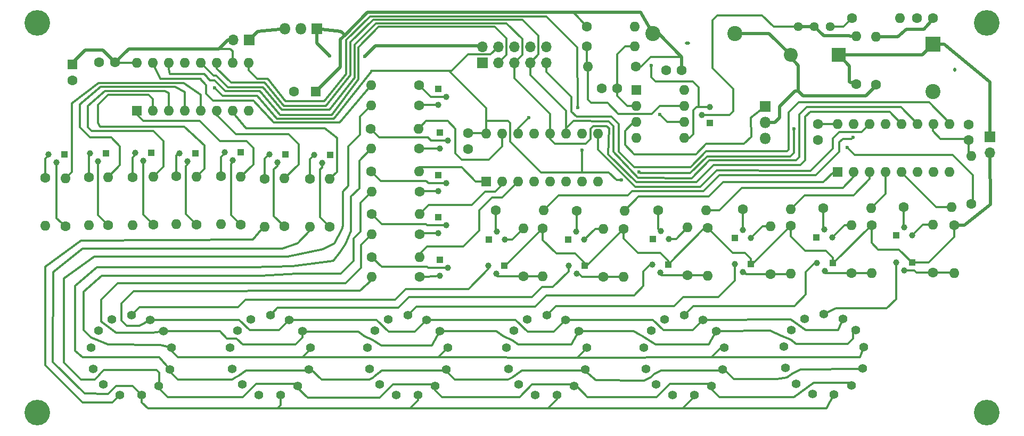
<source format=gbr>
G04 #@! TF.FileFunction,Copper,L2,Bot,Signal*
%FSLAX46Y46*%
G04 Gerber Fmt 4.6, Leading zero omitted, Abs format (unit mm)*
G04 Created by KiCad (PCBNEW 4.0.7) date 06/14/20 22:52:28*
%MOMM*%
%LPD*%
G01*
G04 APERTURE LIST*
%ADD10C,0.100000*%
%ADD11C,2.400000*%
%ADD12C,1.600000*%
%ADD13O,1.600000X1.600000*%
%ADD14C,1.440000*%
%ADD15R,1.600000X1.600000*%
%ADD16R,2.200000X2.200000*%
%ADD17O,2.200000X2.200000*%
%ADD18R,1.700000X1.700000*%
%ADD19O,1.700000X1.700000*%
%ADD20C,1.000000*%
%ADD21R,1.000000X1.000000*%
%ADD22R,1.800000X1.800000*%
%ADD23O,1.800000X1.800000*%
%ADD24C,4.064000*%
%ADD25C,1.408000*%
%ADD26R,2.400000X2.400000*%
%ADD27C,0.600000*%
%ADD28C,0.500000*%
%ADD29C,0.350000*%
G04 APERTURE END LIST*
D10*
D11*
X212900000Y-53300000D03*
X225900000Y-53300000D03*
D12*
X202425000Y-52200000D03*
D13*
X210045000Y-52200000D03*
D12*
X207250000Y-62000000D03*
X204750000Y-62000000D03*
D14*
X236000000Y-52200000D03*
X238540000Y-52200000D03*
X241080000Y-52200000D03*
D12*
X217500000Y-59150000D03*
X215000000Y-59150000D03*
D15*
X159300000Y-62500000D03*
D12*
X155800000Y-62500000D03*
D15*
X120600000Y-58200000D03*
D12*
X120600000Y-60700000D03*
X257400000Y-50800000D03*
X254900000Y-50800000D03*
D16*
X242400000Y-56700000D03*
D17*
X234780000Y-56700000D03*
D18*
X148700000Y-54300000D03*
D19*
X146160000Y-54300000D03*
D20*
X220660000Y-66240000D03*
X221930000Y-64970000D03*
D21*
X221930000Y-67510000D03*
D12*
X210200000Y-58550000D03*
D13*
X202580000Y-58550000D03*
D12*
X202400000Y-55300000D03*
D13*
X210020000Y-55300000D03*
D12*
X248400000Y-61400000D03*
D13*
X248400000Y-53780000D03*
D12*
X245250000Y-61300000D03*
D13*
X245250000Y-53680000D03*
D12*
X244550000Y-50850000D03*
D13*
X252170000Y-50850000D03*
D22*
X159500000Y-52500000D03*
D23*
X156960000Y-52500000D03*
X154420000Y-52500000D03*
D22*
X230790000Y-64888000D03*
D23*
X230790000Y-67428000D03*
X230790000Y-69968000D03*
D24*
X266000000Y-51600000D03*
X115000000Y-113600000D03*
X266000000Y-113600000D03*
X115000000Y-51600000D03*
D15*
X210300000Y-62250000D03*
D13*
X217920000Y-69870000D03*
X210300000Y-64790000D03*
X217920000Y-67330000D03*
X210300000Y-67330000D03*
X217920000Y-64790000D03*
X210300000Y-69870000D03*
X217920000Y-62250000D03*
D18*
X266510000Y-69680000D03*
D19*
X266510000Y-72220000D03*
D12*
X239110000Y-67700000D03*
X239110000Y-70200000D03*
X183480000Y-69150000D03*
X183480000Y-71650000D03*
X127380000Y-57890000D03*
X124880000Y-57890000D03*
D20*
X146130000Y-73420000D03*
X144860000Y-72150000D03*
D21*
X147400000Y-72150000D03*
D20*
X118080000Y-73770000D03*
X116810000Y-72500000D03*
D21*
X119350000Y-72500000D03*
D20*
X180070000Y-77070000D03*
X178800000Y-78340000D03*
D21*
X178800000Y-75800000D03*
D20*
X214120000Y-84680000D03*
X215390000Y-85950000D03*
D21*
X212850000Y-85950000D03*
D20*
X214055000Y-91270000D03*
X212785000Y-90000000D03*
D21*
X215325000Y-90000000D03*
D20*
X180070000Y-83770000D03*
X178800000Y-85040000D03*
D21*
X178800000Y-82500000D03*
D20*
X153180000Y-73770000D03*
X151910000Y-72500000D03*
D21*
X154450000Y-72500000D03*
D20*
X180270000Y-90570000D03*
X179000000Y-91840000D03*
D21*
X179000000Y-89300000D03*
D20*
X227220000Y-84480000D03*
X228490000Y-85750000D03*
D21*
X225950000Y-85750000D03*
D20*
X138880000Y-73570000D03*
X137610000Y-72300000D03*
D21*
X140150000Y-72300000D03*
D20*
X160280000Y-73870000D03*
X159010000Y-72600000D03*
D21*
X161550000Y-72600000D03*
D20*
X188095000Y-84805000D03*
X189365000Y-86075000D03*
D21*
X186825000Y-86075000D03*
D20*
X227205000Y-91195000D03*
X225935000Y-89925000D03*
D21*
X228475000Y-89925000D03*
D20*
X131880000Y-73520000D03*
X130610000Y-72250000D03*
D21*
X133150000Y-72250000D03*
D20*
X180070000Y-63370000D03*
X178800000Y-64640000D03*
D21*
X178800000Y-62100000D03*
D20*
X188030000Y-91495000D03*
X186760000Y-90225000D03*
D21*
X189300000Y-90225000D03*
D20*
X240120000Y-84430000D03*
X241390000Y-85700000D03*
D21*
X238850000Y-85700000D03*
D20*
X200720000Y-84805000D03*
X201990000Y-86075000D03*
D21*
X199450000Y-86075000D03*
D20*
X124630000Y-73620000D03*
X123360000Y-72350000D03*
D21*
X125900000Y-72350000D03*
D20*
X240205000Y-91045000D03*
X238935000Y-89775000D03*
D21*
X241475000Y-89775000D03*
D20*
X180270000Y-70270000D03*
X179000000Y-71540000D03*
D21*
X179000000Y-69000000D03*
D20*
X200755000Y-91470000D03*
X199485000Y-90200000D03*
D21*
X202025000Y-90200000D03*
D20*
X252870000Y-84130000D03*
X254140000Y-85400000D03*
D21*
X251600000Y-85400000D03*
D20*
X252830000Y-90970000D03*
X251560000Y-89700000D03*
D21*
X254100000Y-89700000D03*
D12*
X147400000Y-83700000D03*
D13*
X147400000Y-76080000D03*
D12*
X119500000Y-83950000D03*
D13*
X119500000Y-76330000D03*
D12*
X168100000Y-75200000D03*
D13*
X175720000Y-75200000D03*
D12*
X213750000Y-81350000D03*
D13*
X221370000Y-81350000D03*
D12*
X218425000Y-91750000D03*
D13*
X218425000Y-84130000D03*
D12*
X144250000Y-76000000D03*
D13*
X144250000Y-83620000D03*
D12*
X116300000Y-76250000D03*
D13*
X116300000Y-83870000D03*
D12*
X175800000Y-78400000D03*
D13*
X168180000Y-78400000D03*
D12*
X221625000Y-84200000D03*
D13*
X221625000Y-91820000D03*
D12*
X168200000Y-82000000D03*
D13*
X175820000Y-82000000D03*
D12*
X154300000Y-83950000D03*
D13*
X154300000Y-76330000D03*
D12*
X168200000Y-88800000D03*
D13*
X175820000Y-88800000D03*
D12*
X227225000Y-81175000D03*
D13*
X234845000Y-81175000D03*
D12*
X175800000Y-85200000D03*
D13*
X168180000Y-85200000D03*
D12*
X151200000Y-76350000D03*
D13*
X151200000Y-83970000D03*
D12*
X175800000Y-92000000D03*
D13*
X168180000Y-92000000D03*
D12*
X140350000Y-83650000D03*
D13*
X140350000Y-76030000D03*
D12*
X161500000Y-84050000D03*
D13*
X161500000Y-76430000D03*
D12*
X187950000Y-81375000D03*
D13*
X195570000Y-81375000D03*
D12*
X231600000Y-91525000D03*
D13*
X231600000Y-83905000D03*
D12*
X234800000Y-83875000D03*
D13*
X234800000Y-91495000D03*
D12*
X137150000Y-76000000D03*
D13*
X137150000Y-83620000D03*
D12*
X158350000Y-76400000D03*
D13*
X158350000Y-84020000D03*
D12*
X192350000Y-91875000D03*
D13*
X192350000Y-84255000D03*
D12*
X133450000Y-83650000D03*
D13*
X133450000Y-76030000D03*
D12*
X175700000Y-61500000D03*
D13*
X168080000Y-61500000D03*
D12*
X195400000Y-84275000D03*
D13*
X195400000Y-91895000D03*
D12*
X239950000Y-81075000D03*
D13*
X247570000Y-81075000D03*
D12*
X130200000Y-76100000D03*
D13*
X130200000Y-83720000D03*
D12*
X175700000Y-64700000D03*
D13*
X168080000Y-64700000D03*
D12*
X200800000Y-81450000D03*
D13*
X208420000Y-81450000D03*
D12*
X244475000Y-91375000D03*
D13*
X244475000Y-83755000D03*
D12*
X126250000Y-83750000D03*
D13*
X126250000Y-76130000D03*
D12*
X168000000Y-68400000D03*
D13*
X175620000Y-68400000D03*
D12*
X247650000Y-83750000D03*
D13*
X247650000Y-91370000D03*
D12*
X205000000Y-91950000D03*
D13*
X205000000Y-84330000D03*
D12*
X252800000Y-80900000D03*
D13*
X260420000Y-80900000D03*
D12*
X123250000Y-76150000D03*
D13*
X123250000Y-83770000D03*
D12*
X208250000Y-84350000D03*
D13*
X208250000Y-91970000D03*
D12*
X175700000Y-71600000D03*
D13*
X168080000Y-71600000D03*
D12*
X257400000Y-91300000D03*
D13*
X257400000Y-83680000D03*
D12*
X260800000Y-83750000D03*
D13*
X260800000Y-91370000D03*
D15*
X130850000Y-65550000D03*
D13*
X148630000Y-57930000D03*
X133390000Y-65550000D03*
X146090000Y-57930000D03*
X135930000Y-65550000D03*
X143550000Y-57930000D03*
X138470000Y-65550000D03*
X141010000Y-57930000D03*
X141010000Y-65550000D03*
X138470000Y-57930000D03*
X143550000Y-65550000D03*
X135930000Y-57930000D03*
X146090000Y-65550000D03*
X133390000Y-57930000D03*
X148630000Y-65550000D03*
X130850000Y-57930000D03*
D15*
X186425000Y-76775000D03*
D13*
X204205000Y-69155000D03*
X188965000Y-76775000D03*
X201665000Y-69155000D03*
X191505000Y-76775000D03*
X199125000Y-69155000D03*
X194045000Y-76775000D03*
X196585000Y-69155000D03*
X196585000Y-76775000D03*
X194045000Y-69155000D03*
X199125000Y-76775000D03*
X191505000Y-69155000D03*
X201665000Y-76775000D03*
X188965000Y-69155000D03*
X204205000Y-76775000D03*
X186425000Y-69155000D03*
D15*
X242300000Y-75250000D03*
D13*
X260080000Y-67630000D03*
X244840000Y-75250000D03*
X257540000Y-67630000D03*
X247380000Y-75250000D03*
X255000000Y-67630000D03*
X249920000Y-75250000D03*
X252460000Y-67630000D03*
X252460000Y-75250000D03*
X249920000Y-67630000D03*
X255000000Y-75250000D03*
X247380000Y-67630000D03*
X257540000Y-75250000D03*
X244840000Y-67630000D03*
X260080000Y-75250000D03*
X242300000Y-67630000D03*
D25*
X244448000Y-109246000D03*
X241721000Y-110643000D03*
X246450000Y-103130000D03*
X246220000Y-106554000D03*
X235631000Y-108994000D03*
X234011000Y-106463000D03*
X240100000Y-97923000D03*
X234868000Y-100427000D03*
X233707000Y-103093000D03*
X245180000Y-100463000D03*
X236996000Y-98648000D03*
X238278000Y-110613000D03*
X243078000Y-98675000D03*
X222234000Y-109358000D03*
X219507000Y-110755000D03*
X224236000Y-103242000D03*
X224006000Y-106666000D03*
X213417000Y-109106000D03*
X211797000Y-106575000D03*
X217886000Y-98035000D03*
X212654000Y-100539000D03*
X211493000Y-103205000D03*
X222966000Y-100575000D03*
X214782000Y-98760000D03*
X216064000Y-110725000D03*
X220864000Y-98787000D03*
X156448000Y-109358000D03*
X153721000Y-110755000D03*
X158450000Y-103242000D03*
X158220000Y-106666000D03*
X147631000Y-109106000D03*
X146011000Y-106575000D03*
X152100000Y-98035000D03*
X146868000Y-100539000D03*
X145707000Y-103205000D03*
X157180000Y-100575000D03*
X148996000Y-98760000D03*
X150278000Y-110725000D03*
X155078000Y-98787000D03*
X134350000Y-109358000D03*
X131623000Y-110755000D03*
X136352000Y-103242000D03*
X136122000Y-106666000D03*
X125533000Y-109106000D03*
X123913000Y-106575000D03*
X130002000Y-98035000D03*
X124770000Y-100539000D03*
X123609000Y-103205000D03*
X135082000Y-100575000D03*
X126898000Y-98760000D03*
X128180000Y-110725000D03*
X132980000Y-98787000D03*
X178292000Y-109358000D03*
X175565000Y-110755000D03*
X180294000Y-103242000D03*
X180064000Y-106666000D03*
X169475000Y-109106000D03*
X167855000Y-106575000D03*
X173944000Y-98035000D03*
X168712000Y-100539000D03*
X167551000Y-103205000D03*
X179024000Y-100575000D03*
X170840000Y-98760000D03*
X172122000Y-110725000D03*
X176922000Y-98787000D03*
X200390000Y-109358000D03*
X197663000Y-110755000D03*
X202392000Y-103242000D03*
X202162000Y-106666000D03*
X191573000Y-109106000D03*
X189953000Y-106575000D03*
X196042000Y-98035000D03*
X190810000Y-100539000D03*
X189649000Y-103205000D03*
X201122000Y-100575000D03*
X192938000Y-98760000D03*
X194220000Y-110725000D03*
X199020000Y-98787000D03*
D26*
X257400000Y-55000000D03*
D11*
X257400000Y-62500000D03*
D12*
X263100000Y-70250000D03*
X263100000Y-67750000D03*
X263550000Y-80400000D03*
D13*
X263550000Y-72780000D03*
D18*
X185800000Y-57900000D03*
D19*
X185800000Y-55360000D03*
X188340000Y-57900000D03*
X188340000Y-55360000D03*
X190880000Y-57900000D03*
X190880000Y-55360000D03*
X193420000Y-57900000D03*
X193420000Y-55360000D03*
X195960000Y-57900000D03*
X195960000Y-55360000D03*
D27*
X243800000Y-71400000D03*
X201600000Y-71800000D03*
X143210000Y-61920000D03*
X235300000Y-68400000D03*
X210700000Y-75300000D03*
X207900000Y-76600000D03*
X214026000Y-66158000D03*
X167100000Y-56900000D03*
X161500000Y-56800000D03*
X212650000Y-58390000D03*
X244720000Y-69770000D03*
X200975000Y-65050000D03*
X193198000Y-66666000D03*
D28*
X260900000Y-58990000D02*
X260900000Y-59100000D01*
D29*
X218600000Y-54800000D02*
X218350000Y-54800000D01*
D28*
X218600000Y-54800000D02*
X218200000Y-54800000D01*
D29*
X179400000Y-59240000D02*
X180860000Y-59240000D01*
X187100000Y-56600000D02*
X188340000Y-55360000D01*
X183500000Y-56600000D02*
X187100000Y-56600000D01*
X180860000Y-59240000D02*
X183500000Y-56600000D01*
X243800000Y-71400000D02*
X245000000Y-72600000D01*
X263750000Y-75800000D02*
X263750000Y-80200000D01*
X260550000Y-72600000D02*
X263750000Y-75800000D01*
X260350000Y-72600000D02*
X260550000Y-72600000D01*
X245000000Y-72600000D02*
X260350000Y-72600000D01*
X263750000Y-80200000D02*
X263550000Y-80400000D01*
X201600000Y-71800000D02*
X201600000Y-75400000D01*
X143900000Y-55700000D02*
X145700000Y-55700000D01*
X146090000Y-56090000D02*
X146090000Y-57930000D01*
X145700000Y-55700000D02*
X146090000Y-56090000D01*
X190200000Y-68190000D02*
X190200000Y-67478000D01*
X189896000Y-67174000D02*
X186425000Y-67174000D01*
X190200000Y-67478000D02*
X189896000Y-67174000D01*
X186425000Y-67936000D02*
X186425000Y-67174000D01*
X186425000Y-67174000D02*
X186425000Y-65165000D01*
X186425000Y-65165000D02*
X180783000Y-59523000D01*
X180783000Y-59523000D02*
X180500000Y-59240000D01*
D28*
X146160000Y-54300000D02*
X145300000Y-54300000D01*
X129570000Y-55700000D02*
X127380000Y-57890000D01*
X143900000Y-55700000D02*
X129570000Y-55700000D01*
X145300000Y-54300000D02*
X143900000Y-55700000D01*
X120600000Y-58200000D02*
X120600000Y-57900000D01*
X120600000Y-57900000D02*
X122600000Y-55900000D01*
X122600000Y-55900000D02*
X125390000Y-55900000D01*
X125390000Y-55900000D02*
X127380000Y-57890000D01*
D29*
X168100000Y-59240000D02*
X168100000Y-59349998D01*
X180500000Y-59240000D02*
X179400000Y-59240000D01*
X179400000Y-59240000D02*
X168100000Y-59240000D01*
X168100000Y-59349998D02*
X162149998Y-66800000D01*
X162149998Y-66800000D02*
X153100000Y-66800000D01*
X153100000Y-66800000D02*
X150000000Y-63200000D01*
X150000000Y-63200000D02*
X144490000Y-63200000D01*
X144490000Y-63200000D02*
X143210000Y-61920000D01*
X235300000Y-72200000D02*
X235300000Y-68400000D01*
X234700000Y-72800000D02*
X235300000Y-72200000D01*
X221500000Y-72800000D02*
X234700000Y-72800000D01*
X218800000Y-75500000D02*
X221500000Y-72800000D01*
X210900000Y-75500000D02*
X218800000Y-75500000D01*
X210700000Y-75300000D02*
X210900000Y-75500000D01*
X207100000Y-76600000D02*
X207900000Y-76600000D01*
X205900000Y-75400000D02*
X207100000Y-76600000D01*
X195100000Y-75400000D02*
X201600000Y-75400000D01*
X201600000Y-75400000D02*
X205900000Y-75400000D01*
X190200000Y-70500000D02*
X195100000Y-75400000D01*
X190200000Y-68190000D02*
X190200000Y-70500000D01*
X239120000Y-67700000D02*
X242230000Y-67700000D01*
X242230000Y-67700000D02*
X242300000Y-67630000D01*
X183480000Y-69150000D02*
X186420000Y-69150000D01*
X186420000Y-69150000D02*
X186425000Y-69155000D01*
X186425000Y-69155000D02*
X186005000Y-69155000D01*
X130850000Y-57930000D02*
X127420000Y-57930000D01*
X127420000Y-57930000D02*
X127380000Y-57890000D01*
X186425000Y-67936000D02*
X186425000Y-69155000D01*
X199125000Y-69155000D02*
X199125000Y-65575000D01*
X193420000Y-59870000D02*
X193420000Y-57900000D01*
X199125000Y-65575000D02*
X193420000Y-59870000D01*
X188075000Y-51077004D02*
X192127004Y-51077004D01*
X192127004Y-51077004D02*
X194700000Y-53650000D01*
X194700000Y-53650000D02*
X194700000Y-56620000D01*
X194700000Y-56620000D02*
X193420000Y-57900000D01*
X164831168Y-59872759D02*
X164831168Y-54646832D01*
X168400996Y-51077004D02*
X188075000Y-51077004D01*
X188075000Y-51077004D02*
X188277004Y-51077004D01*
X164831168Y-54646832D02*
X168400996Y-51077004D01*
X143550000Y-58850000D02*
X143550000Y-57930000D01*
X145800000Y-61100000D02*
X143550000Y-58850000D01*
X151200000Y-61100000D02*
X145800000Y-61100000D01*
X154200000Y-64800000D02*
X151200000Y-61100000D01*
X160900000Y-64800000D02*
X154200000Y-64800000D01*
X164831168Y-59872759D02*
X160900000Y-64800000D01*
X199125000Y-69155000D02*
X199125000Y-68375000D01*
X199125000Y-68375000D02*
X200300000Y-67200000D01*
X252360000Y-64990000D02*
X255000000Y-67630000D01*
X237330000Y-64990000D02*
X252360000Y-64990000D01*
X236180000Y-66140000D02*
X237330000Y-64990000D01*
X236180000Y-72939998D02*
X236180000Y-66140000D01*
X235659998Y-73460000D02*
X236180000Y-72939998D01*
X221860000Y-73460000D02*
X235659998Y-73460000D01*
X219040000Y-76280000D02*
X221860000Y-73460000D01*
X210518635Y-76201752D02*
X219040000Y-76280000D01*
X206602230Y-72102334D02*
X210518635Y-76201752D01*
X206600000Y-67970000D02*
X206602230Y-72102334D01*
X205899650Y-67208368D02*
X206600000Y-67970000D01*
X200300000Y-67200000D02*
X205899650Y-67208368D01*
X196585000Y-69155000D02*
X196585000Y-66060000D01*
X190880000Y-60355000D02*
X190880000Y-57900000D01*
X196585000Y-66060000D02*
X190880000Y-60355000D01*
X185425000Y-51627006D02*
X189602006Y-51627006D01*
X189602006Y-51627006D02*
X192125000Y-54150000D01*
X192125000Y-54150000D02*
X192125000Y-56655000D01*
X192125000Y-56655000D02*
X190880000Y-57900000D01*
X165465946Y-60280324D02*
X165465946Y-55028054D01*
X143500000Y-60000000D02*
X143080000Y-60000000D01*
X143080000Y-60000000D02*
X141010000Y-57930000D01*
X165465946Y-60280324D02*
X161500000Y-65400000D01*
X161500000Y-65400000D02*
X153900000Y-65400000D01*
X153900000Y-65400000D02*
X150900000Y-61800000D01*
X150900000Y-61800000D02*
X145300000Y-61800000D01*
X145300000Y-61800000D02*
X143500000Y-60000000D01*
X165465946Y-55028054D02*
X168866994Y-51627006D01*
X168866994Y-51627006D02*
X185425000Y-51627006D01*
X185425000Y-51627006D02*
X186033006Y-51627006D01*
X210300000Y-76900000D02*
X219800000Y-76920000D01*
X196585000Y-69155000D02*
X196585000Y-70015000D01*
X250540000Y-65710000D02*
X252460000Y-67630000D01*
X237940000Y-65710000D02*
X250540000Y-65710000D01*
X237130000Y-66520000D02*
X237940000Y-65710000D01*
X237130000Y-73420000D02*
X237130000Y-66520000D01*
X236340000Y-74210000D02*
X237130000Y-73420000D01*
X222510000Y-74210000D02*
X236340000Y-74210000D01*
X219800000Y-76920000D02*
X222510000Y-74210000D01*
X205800000Y-72500000D02*
X210300000Y-76900000D01*
X205930000Y-68350000D02*
X205800000Y-72500000D01*
X205550000Y-67970000D02*
X205930000Y-68350000D01*
X203440000Y-67970000D02*
X205550000Y-67970000D01*
X202970000Y-68440000D02*
X203440000Y-67970000D01*
X202970000Y-70030000D02*
X202970000Y-68440000D01*
X202230000Y-70770000D02*
X202970000Y-70030000D01*
X197340000Y-70770000D02*
X202230000Y-70770000D01*
X196585000Y-70015000D02*
X197340000Y-70770000D01*
D28*
X266510000Y-72220000D02*
X266550000Y-80470000D01*
X262450000Y-83750000D02*
X260800000Y-83750000D01*
X266550000Y-80470000D02*
X262450000Y-83750000D01*
D29*
X189300000Y-90225000D02*
X189450000Y-90225000D01*
X189450000Y-90225000D02*
X195400000Y-84275000D01*
X202025000Y-90200000D02*
X202025000Y-89750000D01*
X202025000Y-89750000D02*
X200550000Y-88275000D01*
X195400000Y-86100000D02*
X195400000Y-84275000D01*
X197575000Y-88275000D02*
X195400000Y-86100000D01*
X200550000Y-88275000D02*
X197575000Y-88275000D01*
X202025000Y-90200000D02*
X202400000Y-90200000D01*
X202400000Y-90200000D02*
X208250000Y-84350000D01*
X215325000Y-90000000D02*
X215325000Y-89400000D01*
X208250000Y-85850000D02*
X208250000Y-84350000D01*
X210525000Y-88125000D02*
X208250000Y-85850000D01*
X214050000Y-88125000D02*
X210525000Y-88125000D01*
X215325000Y-89400000D02*
X214050000Y-88125000D01*
X221625000Y-84200000D02*
X221125000Y-84200000D01*
X221125000Y-84200000D02*
X215325000Y-90000000D01*
X228475000Y-89925000D02*
X228475000Y-89100000D01*
X225600000Y-88175000D02*
X221625000Y-84200000D01*
X227550000Y-88175000D02*
X225600000Y-88175000D01*
X228475000Y-89100000D02*
X227550000Y-88175000D01*
X228475000Y-89925000D02*
X228750000Y-89925000D01*
X228750000Y-89925000D02*
X234800000Y-83875000D01*
X241475000Y-89775000D02*
X241475000Y-88925000D01*
X234800000Y-85550000D02*
X234800000Y-83875000D01*
X237100000Y-87850000D02*
X234800000Y-85550000D01*
X240400000Y-87850000D02*
X237100000Y-87850000D01*
X241475000Y-88925000D02*
X240400000Y-87850000D01*
X241475000Y-89775000D02*
X241625000Y-89775000D01*
X241625000Y-89775000D02*
X247650000Y-83750000D01*
X247650000Y-83750000D02*
X247650000Y-86550000D01*
X252025000Y-87625000D02*
X254100000Y-89700000D01*
X248725000Y-87625000D02*
X252025000Y-87625000D01*
X247650000Y-86550000D02*
X248725000Y-87625000D01*
X260800000Y-83750000D02*
X260800000Y-85650000D01*
X256750000Y-89700000D02*
X254100000Y-89700000D01*
X260800000Y-85650000D02*
X256750000Y-89700000D01*
X182700000Y-52188000D02*
X187788000Y-52188000D01*
X189600000Y-56640000D02*
X188340000Y-57900000D01*
X189600000Y-54000000D02*
X189600000Y-56640000D01*
X187788000Y-52188000D02*
X189600000Y-54000000D01*
X166033894Y-60580468D02*
X166033894Y-55476106D01*
X169322000Y-52188000D02*
X182700000Y-52188000D01*
X182700000Y-52188000D02*
X183038000Y-52188000D01*
X166033894Y-55476106D02*
X169322000Y-52188000D01*
X135930000Y-58960000D02*
X136120000Y-59740000D01*
X136120000Y-59740000D02*
X141630000Y-59740000D01*
X141630000Y-59740000D02*
X142490000Y-60710000D01*
X142490000Y-60710000D02*
X143213452Y-60713452D01*
X135930000Y-58960000D02*
X135930000Y-57930000D01*
X161800000Y-66200000D02*
X153600000Y-66200000D01*
X153600000Y-66200000D02*
X150400000Y-62400000D01*
X150400000Y-62400000D02*
X144900000Y-62400000D01*
X144900000Y-62400000D02*
X143213452Y-60713452D01*
X166033894Y-60580468D02*
X161800000Y-66200000D01*
X201025000Y-66500000D02*
X200750000Y-66500000D01*
X195960000Y-59335000D02*
X195960000Y-57900000D01*
X199975000Y-63350000D02*
X195960000Y-59335000D01*
X199975000Y-65725000D02*
X199975000Y-63350000D01*
X200750000Y-66500000D02*
X199975000Y-65725000D01*
X260080000Y-67630000D02*
X260080000Y-67480000D01*
X260080000Y-67480000D02*
X256800000Y-64200000D01*
X256800000Y-64200000D02*
X236100000Y-64200000D01*
X236100000Y-64200000D02*
X234500000Y-65800000D01*
X234500000Y-65800000D02*
X234500000Y-71700000D01*
X234500000Y-71700000D02*
X234200000Y-72000000D01*
X234200000Y-72000000D02*
X221400000Y-72000000D01*
X221400000Y-72000000D02*
X218900000Y-74500000D01*
X218900000Y-74500000D02*
X209900000Y-74500000D01*
X209900000Y-74500000D02*
X207500000Y-72100000D01*
X207500000Y-72100000D02*
X207500000Y-67700000D01*
X200900000Y-66500000D02*
X201025000Y-66500000D01*
X201025000Y-66500000D02*
X205478000Y-66500000D01*
X206300000Y-66500000D02*
X205478000Y-66500000D01*
X207500000Y-67700000D02*
X206300000Y-66500000D01*
X217920000Y-67330000D02*
X215198000Y-67330000D01*
X215198000Y-67330000D02*
X214026000Y-66158000D01*
X207250000Y-62000000D02*
X207250000Y-63175000D01*
X208865000Y-64790000D02*
X210300000Y-64790000D01*
X207250000Y-63175000D02*
X208865000Y-64790000D01*
X210020000Y-55300000D02*
X208525000Y-55300000D01*
X207250000Y-56575000D02*
X207250000Y-62000000D01*
X208525000Y-55300000D02*
X207250000Y-56575000D01*
D28*
X178500000Y-55210000D02*
X185650000Y-55210000D01*
X185650000Y-55210000D02*
X185800000Y-55360000D01*
D29*
X210200000Y-58550000D02*
X211000000Y-58550000D01*
X211000000Y-58550000D02*
X212550000Y-57000000D01*
X212550000Y-57000000D02*
X217500000Y-57000000D01*
X202425000Y-52200000D02*
X201250000Y-50900000D01*
X201250000Y-50900000D02*
X200252000Y-49902000D01*
X217500000Y-61830000D02*
X217920000Y-62250000D01*
D28*
X212900000Y-53300000D02*
X213800000Y-53300000D01*
X213800000Y-53300000D02*
X217500000Y-57000000D01*
X217500000Y-57000000D02*
X217500000Y-59150000D01*
X197400000Y-49902000D02*
X200252000Y-49902000D01*
X200252000Y-49902000D02*
X210950000Y-49900000D01*
X210950000Y-49900000D02*
X212900000Y-53300000D01*
X159500000Y-52500000D02*
X159500000Y-54800000D01*
X168790000Y-55210000D02*
X178500000Y-55210000D01*
X178500000Y-55210000D02*
X179170000Y-55210000D01*
X167100000Y-56900000D02*
X168790000Y-55210000D01*
X159500000Y-54800000D02*
X161500000Y-56800000D01*
X159500000Y-52500000D02*
X163300000Y-52900000D01*
X163300000Y-52900000D02*
X163923000Y-53523000D01*
X163226000Y-58574000D02*
X159300000Y-62500000D01*
X163226000Y-54220000D02*
X163226000Y-58574000D01*
X167544000Y-49902000D02*
X163923000Y-53523000D01*
X163923000Y-53523000D02*
X163226000Y-54220000D01*
X197400000Y-49902000D02*
X167544000Y-49902000D01*
X159300000Y-62500000D02*
X159300000Y-62400000D01*
X257400000Y-50800000D02*
X257400000Y-51000000D01*
X257400000Y-51000000D02*
X256000000Y-52600000D01*
X256000000Y-52600000D02*
X253200000Y-52600000D01*
X253200000Y-52600000D02*
X251820000Y-53780000D01*
X251820000Y-53780000D02*
X248400000Y-53780000D01*
X248650000Y-53500000D02*
X248650000Y-54150000D01*
X257400000Y-55000000D02*
X259200000Y-55000000D01*
X266450000Y-61000000D02*
X266510000Y-69680000D01*
X259200000Y-55000000D02*
X266450000Y-61000000D01*
X242400000Y-56700000D02*
X255700000Y-56700000D01*
X255700000Y-56700000D02*
X257400000Y-55000000D01*
X242400000Y-56700000D02*
X244150000Y-58450000D01*
X244150000Y-61000000D02*
X245250000Y-61300000D01*
X244150000Y-58450000D02*
X244150000Y-61000000D01*
X236040000Y-62440000D02*
X235524000Y-62440000D01*
X232314000Y-67428000D02*
X230790000Y-67428000D01*
X233076000Y-66666000D02*
X232314000Y-67428000D01*
X233076000Y-64888000D02*
X233076000Y-66666000D01*
X235524000Y-62440000D02*
X233076000Y-64888000D01*
X225900000Y-53300000D02*
X231380000Y-53300000D01*
X231380000Y-53300000D02*
X234780000Y-56700000D01*
X248400000Y-61400000D02*
X248400000Y-61600000D01*
X248400000Y-61600000D02*
X246800000Y-63200000D01*
X246800000Y-63200000D02*
X236800000Y-63200000D01*
X236800000Y-63200000D02*
X236040000Y-62440000D01*
X236040000Y-62440000D02*
X236040000Y-61700000D01*
X234780000Y-56700000D02*
X234780000Y-57080000D01*
X234780000Y-57080000D02*
X236040000Y-58340000D01*
X236040000Y-58340000D02*
X236040000Y-61700000D01*
D29*
X236000000Y-52200000D02*
X232072000Y-52200000D01*
X225120000Y-66240000D02*
X220660000Y-66240000D01*
X225710000Y-65650000D02*
X225120000Y-66240000D01*
X225710000Y-62094000D02*
X225710000Y-65650000D01*
X222408000Y-58792000D02*
X225710000Y-62094000D01*
X222408000Y-51172000D02*
X222408000Y-58792000D01*
X223170000Y-50410000D02*
X222408000Y-51172000D01*
X230282000Y-50410000D02*
X223170000Y-50410000D01*
X232072000Y-52200000D02*
X230282000Y-50410000D01*
D28*
X245250000Y-53680000D02*
X244530000Y-53680000D01*
X244530000Y-53680000D02*
X243800000Y-53650000D01*
X243800000Y-53650000D02*
X240090000Y-53650000D01*
X240090000Y-53650000D02*
X238540000Y-52200000D01*
X236000000Y-52200000D02*
X238540000Y-52200000D01*
D29*
X220170000Y-64970000D02*
X220170000Y-61840000D01*
X212650000Y-60230000D02*
X212650000Y-58390000D01*
X213330000Y-60910000D02*
X212650000Y-60230000D01*
X219240000Y-60910000D02*
X213330000Y-60910000D01*
X220170000Y-61840000D02*
X219240000Y-60910000D01*
X217920000Y-69870000D02*
X218760000Y-69870000D01*
X219810000Y-64970000D02*
X220170000Y-64970000D01*
X220170000Y-64970000D02*
X221930000Y-64970000D01*
X219350000Y-65430000D02*
X219810000Y-64970000D01*
X219350000Y-69280000D02*
X219350000Y-65430000D01*
X218760000Y-69870000D02*
X219350000Y-69280000D01*
X217920000Y-69870000D02*
X218245000Y-69870000D01*
X222290000Y-64970000D02*
X221930000Y-64970000D01*
X210045000Y-52200000D02*
X210350000Y-52200000D01*
X217920000Y-64790000D02*
X213990000Y-64790000D01*
X202580000Y-63780000D02*
X202580000Y-58550000D01*
X203110000Y-64310000D02*
X202580000Y-63780000D01*
X205660000Y-64310000D02*
X203110000Y-64310000D01*
X207380000Y-66030000D02*
X205660000Y-64310000D01*
X212750000Y-66030000D02*
X207380000Y-66030000D01*
X213990000Y-64790000D02*
X212750000Y-66030000D01*
X202400000Y-55300000D02*
X202400000Y-58370000D01*
X202400000Y-58370000D02*
X202580000Y-58550000D01*
X241080000Y-52200000D02*
X243200000Y-52200000D01*
X243200000Y-52200000D02*
X244550000Y-50850000D01*
X210300000Y-67330000D02*
X209880000Y-67330000D01*
X209880000Y-67330000D02*
X208480000Y-68730000D01*
X208480000Y-68730000D02*
X208480000Y-70980000D01*
X208480000Y-70980000D02*
X209970000Y-72470000D01*
X209970000Y-72470000D02*
X219720000Y-72470000D01*
X219720000Y-72470000D02*
X221360000Y-70830000D01*
X221360000Y-70830000D02*
X227410000Y-70830000D01*
X227410000Y-70830000D02*
X228520000Y-69720000D01*
X228520000Y-69720000D02*
X228504000Y-66666000D01*
X228504000Y-66666000D02*
X230790000Y-64888000D01*
D28*
X154420000Y-52500000D02*
X150100000Y-52900000D01*
X150100000Y-52900000D02*
X148700000Y-54300000D01*
D29*
X146130000Y-73420000D02*
X146130000Y-73720000D01*
X146130000Y-73720000D02*
X145850000Y-74000000D01*
X145850000Y-74000000D02*
X145850000Y-82150000D01*
X145850000Y-82150000D02*
X147400000Y-83700000D01*
X144860000Y-72150000D02*
X144860000Y-72290000D01*
X144860000Y-72290000D02*
X144250000Y-72900000D01*
X144250000Y-72900000D02*
X144250000Y-76000000D01*
X144860000Y-72150000D02*
X144860000Y-72390000D01*
X118080000Y-82680000D02*
X119500000Y-83950000D01*
X118080000Y-73770000D02*
X118080000Y-82680000D01*
X116300000Y-73200000D02*
X116300000Y-76250000D01*
X116810000Y-72690000D02*
X116300000Y-73200000D01*
X116810000Y-72500000D02*
X116810000Y-72690000D01*
X116810000Y-72500000D02*
X116700000Y-72500000D01*
X180070000Y-77070000D02*
X177220000Y-77070000D01*
X169600000Y-76700000D02*
X168100000Y-75200000D01*
X176850000Y-76700000D02*
X169600000Y-76700000D01*
X177220000Y-77070000D02*
X176850000Y-76700000D01*
X178800000Y-78340000D02*
X175860000Y-78340000D01*
X175860000Y-78340000D02*
X175800000Y-78400000D01*
X175915000Y-78515000D02*
X175800000Y-78400000D01*
X213750000Y-81350000D02*
X213750000Y-84310000D01*
X213750000Y-84310000D02*
X214120000Y-84680000D01*
X215390000Y-85950000D02*
X216605000Y-85950000D01*
X216605000Y-85950000D02*
X218425000Y-84130000D01*
X218425000Y-91750000D02*
X221555000Y-91750000D01*
X221555000Y-91750000D02*
X221625000Y-91820000D01*
X214055000Y-91270000D02*
X214055000Y-91555000D01*
X214055000Y-91555000D02*
X214250000Y-91750000D01*
X214250000Y-91750000D02*
X218425000Y-91750000D01*
X212785000Y-90000000D02*
X212500000Y-90000000D01*
X212500000Y-90000000D02*
X211400000Y-91100000D01*
X175279000Y-96700000D02*
X173944000Y-98035000D01*
X194200000Y-96700000D02*
X175279000Y-96700000D01*
X196000000Y-94900000D02*
X194200000Y-96700000D01*
X209900000Y-94900000D02*
X196000000Y-94900000D01*
X211400000Y-93400000D02*
X209900000Y-94900000D01*
X211400000Y-91100000D02*
X211400000Y-93400000D01*
X212785000Y-90000000D02*
X212725000Y-90000000D01*
X180070000Y-83770000D02*
X177020000Y-83770000D01*
X169800000Y-83600000D02*
X168200000Y-82000000D01*
X176850000Y-83600000D02*
X169800000Y-83600000D01*
X177020000Y-83770000D02*
X176850000Y-83600000D01*
X178800000Y-85040000D02*
X175960000Y-85040000D01*
X175960000Y-85040000D02*
X175800000Y-85200000D01*
X175990000Y-85390000D02*
X175800000Y-85200000D01*
X153180000Y-73770000D02*
X153180000Y-74370000D01*
X152650000Y-82300000D02*
X154300000Y-83950000D01*
X152650000Y-74900000D02*
X152650000Y-82300000D01*
X153180000Y-74370000D02*
X152650000Y-74900000D01*
X153180000Y-73770000D02*
X153180000Y-74170000D01*
X151910000Y-72500000D02*
X151850000Y-72500000D01*
X151850000Y-72500000D02*
X151200000Y-73150000D01*
X151200000Y-73150000D02*
X151200000Y-76350000D01*
X151910000Y-72500000D02*
X151910000Y-72740000D01*
X180270000Y-90570000D02*
X177170000Y-90570000D01*
X169800000Y-90400000D02*
X168200000Y-88800000D01*
X177000000Y-90400000D02*
X169800000Y-90400000D01*
X177170000Y-90570000D02*
X177000000Y-90400000D01*
X179000000Y-91840000D02*
X175815000Y-92015000D01*
X175815000Y-92015000D02*
X175800000Y-92000000D01*
X227220000Y-84480000D02*
X227220000Y-81180000D01*
X227220000Y-81180000D02*
X227225000Y-81175000D01*
X231600000Y-83905000D02*
X230335000Y-83905000D01*
X230335000Y-83905000D02*
X228490000Y-85750000D01*
X138880000Y-73570000D02*
X138880000Y-74120000D01*
X138650000Y-81950000D02*
X140350000Y-83650000D01*
X138650000Y-74350000D02*
X138650000Y-81950000D01*
X138880000Y-74120000D02*
X138650000Y-74350000D01*
X137610000Y-72300000D02*
X137500000Y-72300000D01*
X137500000Y-72300000D02*
X137150000Y-72650000D01*
X137150000Y-72650000D02*
X137150000Y-76000000D01*
X137610000Y-72300000D02*
X137600000Y-72300000D01*
X160280000Y-73870000D02*
X160280000Y-74570000D01*
X159950000Y-82500000D02*
X161500000Y-84050000D01*
X159950000Y-74900000D02*
X159950000Y-82500000D01*
X160280000Y-74570000D02*
X159950000Y-74900000D01*
X160280000Y-73870000D02*
X160280000Y-74070000D01*
X158350000Y-76400000D02*
X158350000Y-73260000D01*
X158350000Y-73260000D02*
X159010000Y-72600000D01*
X159010000Y-72600000D02*
X159010000Y-72690000D01*
X187950000Y-81375000D02*
X187950000Y-84660000D01*
X187950000Y-84660000D02*
X188095000Y-84805000D01*
X189365000Y-86075000D02*
X190530000Y-86075000D01*
X190530000Y-86075000D02*
X192350000Y-84255000D01*
X231600000Y-91525000D02*
X234770000Y-91525000D01*
X234770000Y-91525000D02*
X234800000Y-91495000D01*
X227205000Y-91195000D02*
X227420000Y-91195000D01*
X227420000Y-91195000D02*
X227750000Y-91525000D01*
X227750000Y-91525000D02*
X231600000Y-91525000D01*
X225935000Y-89925000D02*
X225935000Y-92565000D01*
X197477000Y-96600000D02*
X196042000Y-98035000D01*
X216300000Y-96600000D02*
X197477000Y-96600000D01*
X217700000Y-95200000D02*
X216300000Y-96600000D01*
X223300000Y-95200000D02*
X217700000Y-95200000D01*
X225935000Y-92565000D02*
X223300000Y-95200000D01*
X131880000Y-82080000D02*
X133450000Y-83650000D01*
X131880000Y-73520000D02*
X131880000Y-82080000D01*
X130610000Y-72250000D02*
X130610000Y-72590000D01*
X130610000Y-72590000D02*
X130200000Y-73000000D01*
X130200000Y-73000000D02*
X130200000Y-76100000D01*
X130610000Y-72250000D02*
X130350000Y-72250000D01*
X130350000Y-72250000D02*
X130250000Y-72350000D01*
X180070000Y-63370000D02*
X177570000Y-63370000D01*
X177570000Y-63370000D02*
X175700000Y-61500000D01*
X178800000Y-64640000D02*
X175760000Y-64640000D01*
X175760000Y-64640000D02*
X175700000Y-64700000D01*
X178535000Y-64375000D02*
X178800000Y-64640000D01*
X192350000Y-91875000D02*
X195380000Y-91875000D01*
X195380000Y-91875000D02*
X195400000Y-91895000D01*
X188030000Y-91495000D02*
X188030000Y-91730000D01*
X188030000Y-91730000D02*
X188175000Y-91875000D01*
X188175000Y-91875000D02*
X192350000Y-91875000D01*
X186760000Y-90225000D02*
X186760000Y-90740000D01*
X131237000Y-96800000D02*
X130002000Y-98035000D01*
X146900000Y-96800000D02*
X131237000Y-96800000D01*
X148100000Y-95600000D02*
X146900000Y-96800000D01*
X171900000Y-95600000D02*
X148100000Y-95600000D01*
X173600000Y-93900000D02*
X171900000Y-95600000D01*
X183600000Y-93900000D02*
X173600000Y-93900000D01*
X186760000Y-90740000D02*
X183600000Y-93900000D01*
X239950000Y-81075000D02*
X239950000Y-84260000D01*
X239950000Y-84260000D02*
X240120000Y-84430000D01*
X244475000Y-83755000D02*
X243335000Y-83755000D01*
X243335000Y-83755000D02*
X241390000Y-85700000D01*
X200800000Y-81450000D02*
X200800000Y-84725000D01*
X200800000Y-84725000D02*
X200720000Y-84805000D01*
X205000000Y-84330000D02*
X203735000Y-84330000D01*
X203735000Y-84330000D02*
X201990000Y-86075000D01*
X124630000Y-82130000D02*
X126250000Y-83750000D01*
X124630000Y-73620000D02*
X124630000Y-82130000D01*
X123250000Y-72500000D02*
X123250000Y-76150000D01*
X123360000Y-72390000D02*
X123250000Y-72500000D01*
X123360000Y-72350000D02*
X123360000Y-72390000D01*
X123360000Y-72350000D02*
X123050000Y-72350000D01*
X240205000Y-91045000D02*
X240205000Y-91280000D01*
X240205000Y-91280000D02*
X240300000Y-91375000D01*
X240300000Y-91375000D02*
X244475000Y-91375000D01*
X244475000Y-91375000D02*
X247645000Y-91375000D01*
X247645000Y-91375000D02*
X247650000Y-91370000D01*
X238935000Y-89775000D02*
X238625000Y-89775000D01*
X238625000Y-89775000D02*
X237200000Y-91200000D01*
X237200000Y-91200000D02*
X237200000Y-94800000D01*
X237200000Y-94800000D02*
X235400000Y-96600000D01*
X235400000Y-96600000D02*
X219321000Y-96600000D01*
X219321000Y-96600000D02*
X217886000Y-98035000D01*
X180270000Y-70270000D02*
X177620000Y-70270000D01*
X169400000Y-69800000D02*
X168000000Y-68400000D01*
X177150000Y-69800000D02*
X169400000Y-69800000D01*
X177620000Y-70270000D02*
X177150000Y-69800000D01*
X179000000Y-71540000D02*
X175760000Y-71540000D01*
X175760000Y-71540000D02*
X175700000Y-71600000D01*
X178860000Y-71400000D02*
X179000000Y-71540000D01*
X205000000Y-91950000D02*
X208230000Y-91950000D01*
X208230000Y-91950000D02*
X208250000Y-91970000D01*
X200755000Y-91470000D02*
X201120000Y-91470000D01*
X201120000Y-91470000D02*
X201600000Y-91950000D01*
X201600000Y-91950000D02*
X205000000Y-91950000D01*
X195300000Y-93600000D02*
X197000000Y-93600000D01*
X195300000Y-93600000D02*
X193700000Y-95200000D01*
X193700000Y-95200000D02*
X174100000Y-95200000D01*
X174100000Y-95200000D02*
X172400000Y-96900000D01*
X172400000Y-96900000D02*
X153235000Y-96900000D01*
X152100000Y-98035000D02*
X153235000Y-96900000D01*
X199485000Y-91115000D02*
X199485000Y-90200000D01*
X197000000Y-93600000D02*
X199485000Y-91115000D01*
X199485000Y-90200000D02*
X199485000Y-90390000D01*
X252800000Y-80900000D02*
X252800000Y-84060000D01*
X252800000Y-84060000D02*
X252870000Y-84130000D01*
X257400000Y-83680000D02*
X255860000Y-83680000D01*
X255860000Y-83680000D02*
X254140000Y-85400000D01*
X257400000Y-91300000D02*
X260730000Y-91300000D01*
X260730000Y-91300000D02*
X260800000Y-91370000D01*
X252830000Y-90970000D02*
X254445000Y-90970000D01*
X254775000Y-91300000D02*
X257400000Y-91300000D01*
X254445000Y-90970000D02*
X254775000Y-91300000D01*
X251560000Y-89700000D02*
X251560000Y-95540000D01*
X242035000Y-97000000D02*
X240100000Y-97923000D01*
X250100000Y-97000000D02*
X242035000Y-97000000D01*
X251560000Y-95540000D02*
X250100000Y-97000000D01*
X251560000Y-89700000D02*
X251550000Y-89700000D01*
X130850000Y-65550000D02*
X130850000Y-66150000D01*
X130850000Y-66150000D02*
X131900000Y-67200000D01*
X131900000Y-67200000D02*
X140850000Y-67200000D01*
X140850000Y-67200000D02*
X144050000Y-70400000D01*
X144050000Y-70400000D02*
X148300000Y-70400000D01*
X148300000Y-70400000D02*
X149400000Y-71500000D01*
X149400000Y-71500000D02*
X149400000Y-74080000D01*
X149400000Y-74080000D02*
X147400000Y-76080000D01*
X141010000Y-65550000D02*
X141010000Y-63010000D01*
X120500000Y-75330000D02*
X119500000Y-76330000D01*
X120500000Y-64400000D02*
X120500000Y-75330000D01*
X124760000Y-61150000D02*
X120500000Y-64400000D01*
X138260000Y-61150000D02*
X124760000Y-61150000D01*
X141010000Y-63010000D02*
X138260000Y-61150000D01*
X175720000Y-75200000D02*
X175720000Y-74580000D01*
X175720000Y-74580000D02*
X175750000Y-74550000D01*
X175750000Y-74550000D02*
X182475000Y-74550000D01*
X182475000Y-74550000D02*
X184700000Y-76775000D01*
X184700000Y-76775000D02*
X186425000Y-76775000D01*
X244840000Y-75250000D02*
X244840000Y-76085000D01*
X223475000Y-81350000D02*
X221370000Y-81350000D01*
X227000000Y-77825000D02*
X223475000Y-81350000D01*
X243100000Y-77825000D02*
X227000000Y-77825000D01*
X244840000Y-76085000D02*
X243100000Y-77825000D01*
X202392000Y-103242000D02*
X202392000Y-103308000D01*
X202392000Y-103308000D02*
X200900603Y-104799397D01*
X156375000Y-91425000D02*
X163275000Y-91425000D01*
X166400000Y-80180000D02*
X168180000Y-78400000D01*
X166400000Y-84800000D02*
X166400000Y-80180000D01*
X165300000Y-85900000D02*
X166400000Y-84800000D01*
X165300000Y-89400000D02*
X165300000Y-85900000D01*
X163275000Y-91425000D02*
X165300000Y-89400000D01*
X150500000Y-91825000D02*
X156375000Y-91425000D01*
X168180000Y-78400000D02*
X168175000Y-78400000D01*
X150500000Y-91825000D02*
X125300000Y-91825000D01*
X125300000Y-91825000D02*
X122425000Y-94350000D01*
X122425000Y-94350000D02*
X122425000Y-100400000D01*
X122425000Y-100400000D02*
X123600000Y-101600000D01*
X123600000Y-101600000D02*
X124400000Y-102000000D01*
X124400000Y-102000000D02*
X126300000Y-102750000D01*
X126300000Y-102750000D02*
X134600000Y-102800000D01*
X134600000Y-102800000D02*
X136352000Y-103242000D01*
X158450000Y-103242000D02*
X158450000Y-103496000D01*
X158450000Y-103496000D02*
X157180000Y-104766000D01*
X180294000Y-103242000D02*
X178770000Y-104766000D01*
X224236000Y-103242000D02*
X223728000Y-103242000D01*
X223728000Y-103242000D02*
X222204000Y-104766000D01*
X136352000Y-103242000D02*
X136352000Y-103750000D01*
X136352000Y-103750000D02*
X137368000Y-104766000D01*
X137368000Y-104766000D02*
X157180000Y-104766000D01*
X157180000Y-104766000D02*
X178770000Y-104766000D01*
X178770000Y-104766000D02*
X200900603Y-104799397D01*
X200900603Y-104799397D02*
X201300000Y-104800000D01*
X201300000Y-104800000D02*
X222204000Y-104766000D01*
X222204000Y-104766000D02*
X245826000Y-104766000D01*
X245826000Y-104766000D02*
X246450000Y-103130000D01*
X188965000Y-76775000D02*
X188965000Y-77285000D01*
X188965000Y-77285000D02*
X187800000Y-78450000D01*
X187800000Y-78450000D02*
X186200000Y-78450000D01*
X186200000Y-78450000D02*
X184100000Y-80550000D01*
X184100000Y-80550000D02*
X177270000Y-80550000D01*
X177270000Y-80550000D02*
X175820000Y-82000000D01*
X143550000Y-65550000D02*
X143550000Y-66250000D01*
X143550000Y-66250000D02*
X146600000Y-69300000D01*
X156550000Y-74080000D02*
X154300000Y-76330000D01*
X156550000Y-70900000D02*
X156550000Y-74080000D01*
X154950000Y-69300000D02*
X156550000Y-70900000D01*
X146600000Y-69300000D02*
X154950000Y-69300000D01*
X143550000Y-65550000D02*
X143550000Y-66350000D01*
X175820000Y-88800000D02*
X175820000Y-88330000D01*
X175820000Y-88330000D02*
X176975000Y-87175000D01*
X176975000Y-87175000D02*
X182725000Y-87175000D01*
X182725000Y-87175000D02*
X185275000Y-84625000D01*
X185275000Y-84625000D02*
X185275000Y-81350000D01*
X185275000Y-81350000D02*
X187300000Y-79325000D01*
X187300000Y-79325000D02*
X188955000Y-79325000D01*
X188955000Y-79325000D02*
X191505000Y-76775000D01*
X247380000Y-75250000D02*
X247380000Y-76420000D01*
X237045000Y-78975000D02*
X234845000Y-81175000D01*
X244825000Y-78975000D02*
X237045000Y-78975000D01*
X247380000Y-76420000D02*
X244825000Y-78975000D01*
X234802662Y-101993712D02*
X235700000Y-102600000D01*
X222966000Y-100575000D02*
X231500000Y-100500000D01*
X231500000Y-100500000D02*
X233400000Y-101400000D01*
X233400000Y-101400000D02*
X234802662Y-101993712D01*
X244700000Y-101800000D02*
X244700000Y-100943000D01*
X243900000Y-102600000D02*
X244700000Y-101800000D01*
X235700000Y-102600000D02*
X243900000Y-102600000D01*
X244700000Y-100943000D02*
X245180000Y-100463000D01*
X155000000Y-102680000D02*
X156120000Y-102680000D01*
X157180000Y-101620000D02*
X157180000Y-100575000D01*
X156120000Y-102680000D02*
X157180000Y-101620000D01*
X157800000Y-93000000D02*
X164000000Y-93000000D01*
X166500000Y-86880000D02*
X168180000Y-85200000D01*
X166500000Y-90500000D02*
X166500000Y-86880000D01*
X164000000Y-93000000D02*
X166500000Y-90500000D01*
X157775000Y-93025000D02*
X157800000Y-93000000D01*
X152225000Y-93025000D02*
X157775000Y-93025000D01*
X168180000Y-85200000D02*
X167650000Y-85200000D01*
X152225000Y-93025000D02*
X127775000Y-93025000D01*
X127775000Y-93025000D02*
X125150000Y-95650000D01*
X125150000Y-95650000D02*
X125150000Y-99050000D01*
X125150000Y-99050000D02*
X127525000Y-100825000D01*
X127525000Y-100825000D02*
X133432000Y-100825000D01*
X133432000Y-100825000D02*
X135082000Y-100575000D01*
X201122000Y-100575000D02*
X209885000Y-100575000D01*
X221800000Y-102700000D02*
X222966000Y-100575000D01*
X213314000Y-102734000D02*
X221800000Y-102700000D01*
X211200000Y-101400000D02*
X213314000Y-102734000D01*
X210900000Y-101200000D02*
X211200000Y-101400000D01*
X209885000Y-100575000D02*
X210900000Y-101200000D01*
X179024000Y-100575000D02*
X188041000Y-100575000D01*
X199900000Y-102700000D02*
X201122000Y-100575000D01*
X191470000Y-102734000D02*
X199900000Y-102700000D01*
X190500000Y-102050000D02*
X191470000Y-102734000D01*
X189150000Y-101450000D02*
X190500000Y-102050000D01*
X188041000Y-100575000D02*
X189150000Y-101450000D01*
X135082000Y-100575000D02*
X144099000Y-100575000D01*
X147728000Y-102680000D02*
X155000000Y-102680000D01*
X155000000Y-102680000D02*
X155094000Y-102680000D01*
X146641000Y-101818000D02*
X147728000Y-102680000D01*
X145117000Y-101818000D02*
X146641000Y-101818000D01*
X144099000Y-100575000D02*
X145117000Y-101818000D01*
X156799000Y-100575000D02*
X157180000Y-100575000D01*
X157180000Y-100575000D02*
X157307000Y-100702000D01*
X157307000Y-100702000D02*
X166070000Y-100702000D01*
X166070000Y-100702000D02*
X167075000Y-101475000D01*
X167075000Y-101475000D02*
X168250000Y-101975000D01*
X168250000Y-101975000D02*
X169718000Y-102880000D01*
X169718000Y-102880000D02*
X177719000Y-102880000D01*
X177719000Y-102880000D02*
X179024000Y-100575000D01*
X151200000Y-83970000D02*
X151400000Y-83500000D01*
X151400000Y-83500000D02*
X149300000Y-86050000D01*
X151000000Y-84270000D02*
X151090000Y-84270000D01*
X149300000Y-86050000D02*
X121960000Y-86170000D01*
X121960000Y-86170000D02*
X116290000Y-90340000D01*
X116290000Y-90340000D02*
X116290000Y-106030000D01*
X116290000Y-106030000D02*
X122190000Y-111930000D01*
X122190000Y-111930000D02*
X126975000Y-111930000D01*
X126975000Y-111930000D02*
X128180000Y-110725000D01*
X168180000Y-92000000D02*
X168180000Y-92445000D01*
X168180000Y-92445000D02*
X166300000Y-94200000D01*
X166300000Y-94200000D02*
X130325000Y-94275000D01*
X130325000Y-94275000D02*
X128375000Y-96225000D01*
X128375000Y-96225000D02*
X128375000Y-98875000D01*
X128375000Y-98875000D02*
X129225000Y-99725000D01*
X129225000Y-99725000D02*
X131242000Y-99725000D01*
X131242000Y-99725000D02*
X132980000Y-98787000D01*
X220864000Y-98787000D02*
X234800000Y-98700000D01*
X242317000Y-100448000D02*
X243078000Y-98675000D01*
X237200000Y-100400000D02*
X242317000Y-100448000D01*
X234800000Y-98700000D02*
X237200000Y-100400000D01*
X199020000Y-98787000D02*
X212923000Y-98787000D01*
X219203000Y-100448000D02*
X220864000Y-98787000D01*
X214584000Y-100448000D02*
X219203000Y-100448000D01*
X212923000Y-98787000D02*
X214584000Y-100448000D01*
X176922000Y-98787000D02*
X191079000Y-98787000D01*
X197105000Y-100702000D02*
X199020000Y-98787000D01*
X192994000Y-100702000D02*
X197105000Y-100702000D01*
X191079000Y-98787000D02*
X192994000Y-100702000D01*
X155078000Y-98787000D02*
X168981000Y-98787000D01*
X175007000Y-100702000D02*
X176922000Y-98787000D01*
X170896000Y-100702000D02*
X175007000Y-100702000D01*
X168981000Y-98787000D02*
X170896000Y-100702000D01*
X132980000Y-98787000D02*
X147137000Y-98787000D01*
X153417000Y-100448000D02*
X155078000Y-98787000D01*
X148798000Y-100448000D02*
X153417000Y-100448000D01*
X147137000Y-98787000D02*
X148798000Y-100448000D01*
X133390000Y-65550000D02*
X133390000Y-63690000D01*
X141600000Y-74780000D02*
X140350000Y-76030000D01*
X141600000Y-71050000D02*
X141600000Y-74780000D01*
X138400000Y-68100000D02*
X141600000Y-71050000D01*
X125000000Y-68100000D02*
X138400000Y-68100000D01*
X124650000Y-67500000D02*
X125000000Y-68100000D01*
X124650000Y-64650000D02*
X124650000Y-67500000D01*
X126300000Y-63000000D02*
X124650000Y-64650000D01*
X132700000Y-63000000D02*
X126300000Y-63000000D01*
X133390000Y-63690000D02*
X132700000Y-63000000D01*
X146090000Y-65550000D02*
X146090000Y-65840000D01*
X146090000Y-65840000D02*
X148200000Y-68350000D01*
X148200000Y-68350000D02*
X160700000Y-68350000D01*
X160700000Y-68350000D02*
X162650000Y-69900000D01*
X162650000Y-69900000D02*
X162650000Y-75280000D01*
X162650000Y-75280000D02*
X161500000Y-76430000D01*
X238825000Y-75825000D02*
X223450000Y-75825000D01*
X223450000Y-75825000D02*
X220950000Y-78325000D01*
X220950000Y-78325000D02*
X209625000Y-78325000D01*
X209625000Y-78325000D02*
X208950000Y-79000000D01*
X208950000Y-79000000D02*
X197945000Y-79000000D01*
X197945000Y-79000000D02*
X195570000Y-81375000D01*
X242560000Y-72090000D02*
X238825000Y-75825000D01*
X242560000Y-70520000D02*
X242560000Y-72090000D01*
X243080000Y-70000000D02*
X242560000Y-70520000D01*
X244490000Y-70000000D02*
X243080000Y-70000000D01*
X244720000Y-69770000D02*
X244490000Y-70000000D01*
X244840000Y-67630000D02*
X244570000Y-67630000D01*
X158350000Y-84020000D02*
X158200000Y-84800000D01*
X130168000Y-109300000D02*
X131623000Y-110755000D01*
X127550000Y-109300000D02*
X130168000Y-109300000D01*
X126260000Y-110590000D02*
X127550000Y-109300000D01*
X122527334Y-110523289D02*
X126260000Y-110590000D01*
X117481518Y-105507942D02*
X122527334Y-110523289D01*
X117590000Y-91220000D02*
X117481518Y-105507942D01*
X122250000Y-87460000D02*
X117590000Y-91220000D01*
X154000000Y-87460000D02*
X122250000Y-87460000D01*
X156390000Y-86610000D02*
X154000000Y-87460000D01*
X158200000Y-84800000D02*
X156390000Y-86610000D01*
X153721000Y-110755000D02*
X153721000Y-112379000D01*
X153721000Y-112379000D02*
X153200000Y-112900000D01*
X175565000Y-110755000D02*
X175565000Y-111635000D01*
X175565000Y-111635000D02*
X174300000Y-112900000D01*
X197663000Y-110755000D02*
X197663000Y-111437000D01*
X197663000Y-111437000D02*
X196200000Y-112900000D01*
X219507000Y-110755000D02*
X219507000Y-110993000D01*
X219507000Y-110993000D02*
X217600000Y-112900000D01*
X131623000Y-110755000D02*
X131623000Y-111923000D01*
X240476000Y-112900000D02*
X241721000Y-110643000D01*
X132600000Y-112900000D02*
X153200000Y-112900000D01*
X153200000Y-112900000D02*
X174300000Y-112900000D01*
X174300000Y-112900000D02*
X196200000Y-112900000D01*
X196200000Y-112900000D02*
X217600000Y-112900000D01*
X217600000Y-112900000D02*
X240476000Y-112900000D01*
X131623000Y-111923000D02*
X132600000Y-112900000D01*
X135930000Y-65550000D02*
X135930000Y-62780000D01*
X135050000Y-74430000D02*
X133450000Y-76030000D01*
X135050000Y-70350000D02*
X135050000Y-74430000D01*
X133450000Y-68750000D02*
X135050000Y-70350000D01*
X123650000Y-68750000D02*
X133450000Y-68750000D01*
X123100000Y-68200000D02*
X123650000Y-68750000D01*
X123100000Y-64800000D02*
X123100000Y-68200000D01*
X125750000Y-62410000D02*
X123100000Y-64800000D01*
X135300000Y-62410000D02*
X125750000Y-62410000D01*
X135930000Y-62780000D02*
X135300000Y-62410000D01*
X143470000Y-63980000D02*
X142960000Y-63980000D01*
X141850000Y-61500000D02*
X140940000Y-60450000D01*
X141850000Y-62870000D02*
X141850000Y-61500000D01*
X142960000Y-63980000D02*
X141850000Y-62870000D01*
X140970000Y-60450000D02*
X140940000Y-60450000D01*
X140940000Y-60450000D02*
X134610000Y-60450000D01*
X133390000Y-57930000D02*
X133390000Y-58040000D01*
X133390000Y-58040000D02*
X134610000Y-60450000D01*
X134610000Y-60450000D02*
X134620000Y-60460000D01*
X163080000Y-67400000D02*
X168080000Y-61500000D01*
X152600000Y-67400000D02*
X163080000Y-67400000D01*
X149360000Y-63980000D02*
X152600000Y-67400000D01*
X143460000Y-63980000D02*
X143470000Y-63980000D01*
X143470000Y-63980000D02*
X143500000Y-63980000D01*
X143500000Y-63980000D02*
X149360000Y-63980000D01*
X133390000Y-57930000D02*
X133390000Y-58540000D01*
X249920000Y-75250000D02*
X249920000Y-78725000D01*
X249920000Y-78725000D02*
X247570000Y-81075000D01*
X134400000Y-107200000D02*
X134400000Y-109308000D01*
X134400000Y-109308000D02*
X134350000Y-109358000D01*
X124825000Y-107625000D02*
X124825000Y-107575000D01*
X134000000Y-106800000D02*
X134400000Y-107200000D01*
X125600000Y-106800000D02*
X134000000Y-106800000D01*
X124825000Y-107575000D02*
X125600000Y-106800000D01*
X154800000Y-88725000D02*
X160500000Y-87600000D01*
X166300000Y-66480000D02*
X168080000Y-64700000D01*
X166300000Y-69400000D02*
X166300000Y-66480000D01*
X164500000Y-71200000D02*
X166300000Y-69400000D01*
X164500000Y-77500000D02*
X164500000Y-71200000D01*
X163600000Y-78400000D02*
X164500000Y-77500000D01*
X163600000Y-83800000D02*
X163600000Y-78400000D01*
X163450000Y-84450000D02*
X163600000Y-83800000D01*
X162250000Y-86650000D02*
X163450000Y-84450000D01*
X160500000Y-87600000D02*
X162250000Y-86650000D01*
X124175000Y-108275000D02*
X124825000Y-107625000D01*
X124825000Y-107625000D02*
X124900000Y-107550000D01*
X121925000Y-108275000D02*
X124175000Y-108275000D01*
X119250000Y-105600000D02*
X121925000Y-108275000D01*
X119250000Y-92250000D02*
X119250000Y-105600000D01*
X124075000Y-88725000D02*
X119250000Y-92250000D01*
X154800000Y-88725000D02*
X124075000Y-88725000D01*
X222234000Y-109358000D02*
X222234000Y-109834000D01*
X222234000Y-109834000D02*
X223500000Y-111100000D01*
X238500000Y-108800000D02*
X243990000Y-108788000D01*
X235300000Y-111100000D02*
X238500000Y-108800000D01*
X223500000Y-111100000D02*
X235300000Y-111100000D01*
X243990000Y-108788000D02*
X244448000Y-109246000D01*
X200390000Y-109358000D02*
X200758000Y-109358000D01*
X200758000Y-109358000D02*
X202500000Y-111100000D01*
X215600000Y-109000000D02*
X221876000Y-109000000D01*
X213500000Y-111100000D02*
X215600000Y-109000000D01*
X202500000Y-111100000D02*
X213500000Y-111100000D01*
X221876000Y-109000000D02*
X222234000Y-109358000D01*
X178292000Y-109358000D02*
X178292000Y-109992000D01*
X178292000Y-109992000D02*
X179400000Y-111100000D01*
X193700000Y-109100000D02*
X200132000Y-109100000D01*
X191700000Y-111100000D02*
X193700000Y-109100000D01*
X179400000Y-111100000D02*
X191700000Y-111100000D01*
X200132000Y-109100000D02*
X200390000Y-109358000D01*
X156448000Y-109358000D02*
X156448000Y-109648000D01*
X156448000Y-109648000D02*
X158000000Y-111200000D01*
X171600000Y-109100000D02*
X178034000Y-109100000D01*
X169500000Y-111200000D02*
X171600000Y-109100000D01*
X158000000Y-111200000D02*
X169500000Y-111200000D01*
X178034000Y-109100000D02*
X178292000Y-109358000D01*
X134350000Y-109358000D02*
X134350000Y-109650000D01*
X134350000Y-109650000D02*
X135800000Y-111100000D01*
X135800000Y-111100000D02*
X147700000Y-111100000D01*
X147700000Y-111100000D02*
X149800000Y-109000000D01*
X149800000Y-109000000D02*
X156090000Y-109000000D01*
X156090000Y-109000000D02*
X156448000Y-109358000D01*
X242300000Y-75250000D02*
X241650000Y-75250000D01*
X241650000Y-75250000D02*
X239975000Y-76925000D01*
X239975000Y-76925000D02*
X224050000Y-76925000D01*
X224050000Y-76925000D02*
X221750000Y-79225000D01*
X221750000Y-79225000D02*
X210645000Y-79225000D01*
X210645000Y-79225000D02*
X208420000Y-81450000D01*
X138470000Y-65550000D02*
X138470000Y-62570000D01*
X128150000Y-74230000D02*
X126250000Y-76130000D01*
X128150000Y-71200000D02*
X128150000Y-74230000D01*
X126750000Y-69800000D02*
X128150000Y-71200000D01*
X123400000Y-69800000D02*
X126750000Y-69800000D01*
X121750000Y-68150000D02*
X123400000Y-69800000D01*
X121750000Y-64550000D02*
X121750000Y-68150000D01*
X125070000Y-61780000D02*
X121750000Y-64550000D01*
X136970000Y-61780000D02*
X125070000Y-61780000D01*
X138470000Y-62570000D02*
X136970000Y-61780000D01*
X188965000Y-69155000D02*
X188965000Y-71205000D01*
X176820000Y-67200000D02*
X175620000Y-68400000D01*
X180270000Y-67200000D02*
X176820000Y-67200000D01*
X181470000Y-68400000D02*
X180270000Y-67200000D01*
X181470000Y-72360000D02*
X181470000Y-68400000D01*
X182480000Y-73370000D02*
X181470000Y-72360000D01*
X186800000Y-73370000D02*
X182480000Y-73370000D01*
X188965000Y-71205000D02*
X186800000Y-73370000D01*
X188965000Y-69155000D02*
X188965000Y-69460000D01*
X188965000Y-69155000D02*
X188570000Y-69155000D01*
X252460000Y-75250000D02*
X252460000Y-75410000D01*
X252460000Y-75410000D02*
X257950000Y-80900000D01*
X257950000Y-80900000D02*
X260420000Y-80900000D01*
X155600000Y-90250000D02*
X162100000Y-89400000D01*
X166200000Y-73480000D02*
X168080000Y-71600000D01*
X166200000Y-77900000D02*
X166200000Y-73480000D01*
X164900000Y-79200000D02*
X166200000Y-77900000D01*
X164900000Y-84700000D02*
X164900000Y-79200000D01*
X164050000Y-86700000D02*
X164900000Y-84700000D01*
X163200000Y-87950000D02*
X164050000Y-86700000D01*
X162100000Y-89400000D02*
X163200000Y-87950000D01*
X148950000Y-90475000D02*
X155600000Y-90250000D01*
X134381000Y-104725000D02*
X136122000Y-106666000D01*
X122200000Y-104725000D02*
X134381000Y-104725000D01*
X121000000Y-103725000D02*
X122200000Y-104725000D01*
X121000000Y-93375000D02*
X121000000Y-103725000D01*
X124500000Y-90475000D02*
X121000000Y-93375000D01*
X148950000Y-90475000D02*
X124500000Y-90475000D01*
X224106000Y-106866000D02*
X224266000Y-106666000D01*
X224266000Y-106666000D02*
X225800000Y-108200000D01*
X236400000Y-106700000D02*
X246020000Y-106654000D01*
X235200000Y-107300000D02*
X236400000Y-106700000D01*
X234200000Y-108000000D02*
X235200000Y-107300000D01*
X232600000Y-108200000D02*
X234200000Y-108000000D01*
X225800000Y-108200000D02*
X232600000Y-108200000D01*
X202162000Y-106866000D02*
X202162000Y-106962000D01*
X202162000Y-106962000D02*
X203800000Y-108400000D01*
X214134000Y-106866000D02*
X224106000Y-106866000D01*
X213100000Y-107500000D02*
X214134000Y-106866000D01*
X212525000Y-107950000D02*
X213100000Y-107500000D01*
X211450000Y-108475000D02*
X212525000Y-107950000D01*
X203800000Y-108400000D02*
X211450000Y-108475000D01*
X180064000Y-106866000D02*
X180064000Y-106964000D01*
X180064000Y-106964000D02*
X181400000Y-108300000D01*
X192034000Y-106866000D02*
X202162000Y-106866000D01*
X191125000Y-107575000D02*
X192034000Y-106866000D01*
X190550000Y-107975000D02*
X191125000Y-107575000D01*
X189900000Y-108300000D02*
X190550000Y-107975000D01*
X181400000Y-108300000D02*
X189900000Y-108300000D01*
X158020000Y-106866000D02*
X158572000Y-106666000D01*
X158572000Y-106666000D02*
X160228000Y-108322000D01*
X169758000Y-106866000D02*
X180064000Y-106866000D01*
X168610000Y-107814000D02*
X169758000Y-106866000D01*
X168425000Y-107950000D02*
X168610000Y-107814000D01*
X167848000Y-108322000D02*
X168425000Y-107950000D01*
X160228000Y-108322000D02*
X167848000Y-108322000D01*
X136122000Y-106666000D02*
X136122000Y-107076000D01*
X136122000Y-107076000D02*
X137368000Y-108322000D01*
X137368000Y-108322000D02*
X146004000Y-108322000D01*
X146004000Y-108322000D02*
X146550000Y-107950000D01*
X146550000Y-107950000D02*
X147050000Y-107700000D01*
X147050000Y-107700000D02*
X148222000Y-106866000D01*
X148222000Y-106866000D02*
X158020000Y-106866000D01*
X195900000Y-50527002D02*
X195927002Y-50527002D01*
X200900000Y-55500000D02*
X200975000Y-65050000D01*
X195927002Y-50527002D02*
X200900000Y-55500000D01*
X164149451Y-59732934D02*
X164149451Y-54312549D01*
X195900000Y-50527002D02*
X167934998Y-50527002D01*
X164149451Y-54312549D02*
X167934998Y-50527002D01*
X148630000Y-57930000D02*
X148630000Y-59130000D01*
X160638910Y-64061090D02*
X154461090Y-64061090D01*
X154461090Y-64061090D02*
X151700000Y-60500000D01*
X151700000Y-60500000D02*
X150000000Y-60500000D01*
X150000000Y-60500000D02*
X148630000Y-59130000D01*
X164149451Y-59732934D02*
X160638910Y-64061090D01*
X193198000Y-66666000D02*
X191505000Y-68359000D01*
X191505000Y-68359000D02*
X191505000Y-69155000D01*
X241510000Y-71410000D02*
X241510000Y-71530000D01*
X237940000Y-75100000D02*
X236480000Y-75100000D01*
X204205000Y-71775000D02*
X204205000Y-69155000D01*
X223010000Y-75050000D02*
X236480000Y-75100000D01*
X220410000Y-77650000D02*
X223010000Y-75050000D01*
X210080000Y-77650000D02*
X220410000Y-77650000D01*
X204205000Y-71775000D02*
X210080000Y-77650000D01*
X241510000Y-71530000D02*
X237940000Y-75100000D01*
X246090000Y-68920000D02*
X247380000Y-67630000D01*
X242520000Y-68920000D02*
X246090000Y-68920000D01*
X241510000Y-69930000D02*
X242520000Y-68920000D01*
X241510000Y-71460000D02*
X241510000Y-71410000D01*
X241510000Y-71410000D02*
X241510000Y-69930000D01*
X263100000Y-70250000D02*
X262850000Y-70000000D01*
X262850000Y-70000000D02*
X259050000Y-70000000D01*
X257400000Y-68800000D02*
X257400000Y-67770000D01*
X258600000Y-70000000D02*
X257400000Y-68800000D01*
X259050000Y-70000000D02*
X258600000Y-70000000D01*
X257400000Y-67770000D02*
X257540000Y-67630000D01*
X263550000Y-72780000D02*
X263100000Y-72330000D01*
X263100000Y-72330000D02*
X263100000Y-70250000D01*
X257540000Y-68060000D02*
X257540000Y-67630000D01*
M02*

</source>
